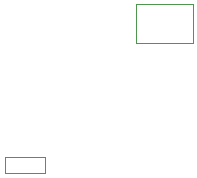
<source format=gbr>
G04 #@! TF.GenerationSoftware,KiCad,Pcbnew,(6.0.0-rc1-dev-1469-g932b9a334)*
G04 #@! TF.CreationDate,2019-09-07T17:34:58-07:00
G04 #@! TF.ProjectId,Laptreus-v2,4c617074-7265-4757-932d-76322e6b6963,rev?*
G04 #@! TF.SameCoordinates,Original*
G04 #@! TF.FileFunction,Other,User*
%FSLAX46Y46*%
G04 Gerber Fmt 4.6, Leading zero omitted, Abs format (unit mm)*
G04 Created by KiCad (PCBNEW (6.0.0-rc1-dev-1469-g932b9a334)) date Saturday, September 07, 2019 at 05:34:58 PM*
%MOMM*%
%LPD*%
G04 APERTURE LIST*
%ADD10C,0.050000*%
G04 APERTURE END LIST*
D10*
G04 #@! TO.C,L1*
X222879170Y-93090103D02*
X219519170Y-93090103D01*
X222879170Y-94450103D02*
X222879170Y-93090103D01*
X219519170Y-94450103D02*
X222879170Y-94450103D01*
X219519170Y-93090103D02*
X219519170Y-94450103D01*
G04 #@! TO.C,SW_RESET1*
X235399647Y-80095052D02*
X235399647Y-83395052D01*
X230599647Y-80095052D02*
X235399647Y-80095052D01*
X230599647Y-83395052D02*
X230599647Y-80095052D01*
X235399647Y-83395052D02*
X230599647Y-83395052D01*
G04 #@! TD*
M02*

</source>
